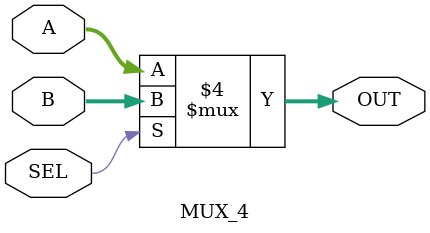
<source format=v>
`timescale 1ns / 1ps
module MUX_4(
    output reg[3:0] OUT,
    input [3:0] A,
    input [3:0] B,
    input SEL
    );

	always @ (*) begin
		if (~SEL)
			OUT = A;
		else
			OUT = B;
	end

endmodule

</source>
